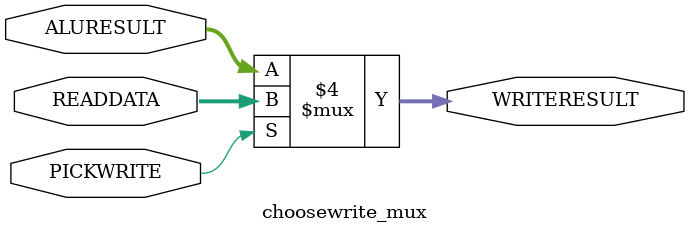
<source format=v>
`include "alu.v"
`include "reg_file.v"
`timescale 1ns/100ps

module cpu(PC,INSTRUCTION,CLK,RESET,READ,WRITE,BUSYWAIT,READDATA,ALURESULT,REGOUT1,cache_instruction_busywait);

 input [31:0] INSTRUCTION;   //Current instruction to be executed-32 bits long
 input [7:0] READDATA; // Data input from the data memory
 input CLK,RESET,BUSYWAIT,cache_instruction_busywait;            //clock, reset And Busy Wait(To freeze cpu while data memory operations are going) signals
 output reg [31:0] PC=-32'd4;       //PC contains the address of the intruction to be read
 output  READ,WRITE;   // Read and Write control signals to Data Memory
 output  [7:0] ALURESULT,REGOUT1; //Result of the alu operation AND value of the Register at READREG1
 
 wire [31:0] PCOUT,PCBRANCH,PCNEXT;
 wire [7:0] OPCODE,IMMEDIATE,REGOUT2,OPERAND2,REGOUT2COMPLIMENT,VALUE2,OFFSET,WRITERESULT;
 wire [2:0] READREG1,READREG2,WRITEREG,ALUOP;
 wire MUXREGOUT2,MUXIMMEDIATE,WRITEENABLE,MUXJUMP,MUXBEQ,ZERO,PICKWRITE;

 assign OPCODE=INSTRUCTION[31:24];
 assign READREG1=INSTRUCTION[10:8];  //INSTRUCTION[15:8] PROVIDES THE ADDRESS OF THE FIRST REGISTER.HOWEVER THE ADDRESS CAN BE INTERPRETED BY USING ONLY THE FIRST 3 BITS
 assign READREG2=INSTRUCTION[2:0];   //INSTRUCTION[7:0] PROVIDES THE ADDRESS OF THE SECOND REGISTER.HOWEVER THE ADDRESS CAN BE INTERPRETED BY USING ONLY THE FIRST 3 BITS
 assign IMMEDIATE=INSTRUCTION[7:0];   //THE IMMEDIATE VALUE OF loadi INSTRUCTION
 assign WRITEREG=INSTRUCTION[18:16]; //INSTRUCTION[23:16] PROVIDES THE ADDRESS OF THE WRITE REGISTER.HOWEVER THE ADDRESS CAN BE INTERPRETED BY USING ONLY THE FIRST 3 BITS
 assign OFFSET=INSTRUCTION[23:16];  // JUMP OR BRANCH OFFSET TARGET

 control_unit control_signals(OPCODE,MUXREGOUT2,MUXIMMEDIATE,MUXJUMP,MUXBEQ,WRITEENABLE,ALUOP,READ,WRITE,PICKWRITE,BUSYWAIT); //generate control unit signals
 reg_file register_operation(WRITERESULT,REGOUT1,REGOUT2,WRITEREG,READREG1,READREG2,WRITEENABLE,CLK,RESET); //8*8 REGISTER OPERATIONS
 compliment compliment_operation(REGOUT2,REGOUT2COMPLIMENT); //compliement of the REGOUT2 value
 compliment_mux sub_or_not(VALUE2,REGOUT2,REGOUT2COMPLIMENT,MUXREGOUT2); //check whether it is an sub operation and get the appropriate result
 immediate_mux ValueOPERAND2(OPERAND2,VALUE2,IMMEDIATE,MUXIMMEDIATE); //check whether the value of operand2 is immediate or the register value and get the output
 alu alu_result(REGOUT1, OPERAND2, ALURESULT, ALUOP,ZERO);  //ALU operation
 adder pc_adder(PC,PCOUT);// Increment the pc by 4 and keep it in PCOUT
 jump_branch pc_jump_branch(ALUOP,PCOUT,OFFSET,PCBRANCH);//calculate the pc address for a jump or branch instruction
 pc_mux pc_final(MUXJUMP,MUXBEQ,PCOUT,PCBRANCH,ZERO,PCNEXT); //decide the next pc value depending on the instruction. whether it is just an increment of 4 or a different address in a beq or jump instruction
 choosewrite_mux write_alu_or_mem(READDATA,ALURESULT,PICKWRITE,WRITERESULT); // to decide whether to write to register from alu or memory

 //pc update operation

 always @(posedge CLK)
 begin
  if(RESET==1'b0 && BUSYWAIT==1'b0 && cache_instruction_busywait==1'b0) //if reset and busy wait are not enabled next instruction
  begin
   #1 PC=PCNEXT;
  end

  else if((BUSYWAIT==1'b1&& RESET==1'b0) ||(cache_instruction_busywait==1'b1&& RESET==1'b0)) // if busy wait is enabled. don't change pc
  begin
     PC=PC;
  end

  else
  begin
    #1 PC=32'd0; //if reset is enabled set PC to 0
  end  

 end


endmodule


//control unit operations
module control_unit(OPCODE,MUXREGOUT2,MUXIMMEDIATE,MUXJUMP,MUXBEQ,WRITEENABLE,ALUOP,READ,WRITE,PICKWRITE,BUSYWAIT);
 input [7:0] OPCODE;
 input BUSYWAIT;
 output reg MUXREGOUT2,MUXIMMEDIATE,WRITEENABLE,MUXJUMP,MUXBEQ,READ,WRITE,PICKWRITE;
 output reg [2:0] ALUOP;

 reg MEMREAD,MEMWRITE;//to indicate that a value is being read from the memory OR WRITTEN TO MEMORY

 always @(OPCODE)
 begin

 #1 //one time unit delay for instruction decoding
 case(OPCODE)

  8'b00000000: //OPCODE FOR loadi instructions.carried out by FORWARD function in ALU.
  begin
    ALUOP=3'b000;
    MUXIMMEDIATE=1'b1;   //immediate value is taken in loadi instruction insted of the value in register2
    MUXREGOUT2=1'b1;    //2's comliment is not considered in loadi
    WRITEENABLE=1'b1;   //a value is written to a register 
    MUXBEQ=1'b0;  // Not a branch if equal instruction
    MUXJUMP=1'b0; // Not a jump instruction
    READ=1'b0; // Not a READ INSTRUCTION FROM THE DATA MEMORY
    WRITE=1'b0; // Not a WRITE INSTRUCTION TO THE DATA MEMORY
    PICKWRITE=1'b0; // Value to be written to the register is not from the data memory
  end

  8'b00000001: //OPCODE for mov instructions.both carried out by ADD function in ALU
  begin
    ALUOP=3'b000;
    MUXIMMEDIATE=1'b0;  //value in register2 is taken in mov
    MUXREGOUT2=1'b1;    //2's comliment is not considered in mov
    WRITEENABLE=1'b1;     //a value is written to a register  
    MUXBEQ=1'b0;  // Not a branch if equal instruction
    MUXJUMP=1'b0; // Not a jump instruction
    READ=1'b0; // Not a READ INSTRUCTION FROM THE DATA MEMORY
    WRITE=1'b0; // Not a WRITE INSTRUCTION TO THE DATA MEMORY
    PICKWRITE=1'b0; // Value to be written to the register is not from the data memory    
  end

  8'b00000010: //OPCODE for add instructions.carried out by ADD function in ALU.
  begin
    ALUOP=3'b001;
    MUXIMMEDIATE=1'b0;  //value in register2 is taken in add
    MUXREGOUT2=1'b1;    //2's comliment is not considered in add
    WRITEENABLE=1'b1;     //a value is written to a register
    MUXBEQ=1'b0;  // Not a branch if equal instruction
    MUXJUMP=1'b0; // Not a jump instruction      
    READ=1'b0; // Not a READ INSTRUCTION FROM THE DATA MEMORY
    WRITE=1'b0; // Not a WRITE INSTRUCTION TO THE DATA MEMORY
    PICKWRITE=1'b0; // Value to be written to the register is not from the data memory    
  end

  8'b00000011: //OPCODE for sub instructions.both carried out by ADD function in ALU.
  begin
    ALUOP=3'b001;
    MUXIMMEDIATE=1'b0;  //value in register2 is taken in sub
    MUXREGOUT2=1'b0;    //2's compliment is considered in sub
    WRITEENABLE=1'b1;     //a value is written to a register
    MUXBEQ=1'b0;  // Not a branch if equal instruction
    MUXJUMP=1'b0; // Not a jump instruction       
    READ=1'b0; // Not a READ INSTRUCTION FROM THE DATA MEMORY
    WRITE=1'b0; // Not a WRITE INSTRUCTION TO THE DATA MEMORY
    PICKWRITE=1'b0; // Value to be written to the register is not from the data memory     
  end

  8'b00000100:             //OPCODE for and instructions.carried out by AND function in ALU
  begin
    ALUOP=3'b010;
    MUXIMMEDIATE=1'b0;  //value in register2 is taken in and
    MUXREGOUT2=1'b1;    //2's compliment is not considered in and
    WRITEENABLE=1'b1;     //a value is written to a register
    MUXBEQ=1'b0;  // Not a branch if equal instruction
    MUXJUMP=1'b0; // Not a jump instruction   
    READ=1'b0; // Not a READ INSTRUCTION FROM THE DATA MEMORY
    WRITE=1'b0; // Not a WRITE INSTRUCTION TO THE DATA MEMORY
    PICKWRITE=1'b0; // Value to be written to the register is not from the data memory         
  end

  8'b00000101:           //OPCODE for or instructions.carried out by OR function in ALU
  begin
    ALUOP=3'b011;
    MUXIMMEDIATE=1'b0;  //value in register2 is taken in or
    MUXREGOUT2=1'b1;    //2's compliment is not considered in or
    WRITEENABLE=1'b1;     //a value is written to a register
    MUXBEQ=1'b0;  // Not a branch if equal instruction
    MUXJUMP=1'b0; // Not a jump instruction        
    READ=1'b0; // Not a READ INSTRUCTION FROM THE DATA MEMORY
    WRITE=1'b0; // Not a WRITE INSTRUCTION TO THE DATA MEMORY
    PICKWRITE=1'b0; // Value to be written to the register is not from the data memory       
  end

  8'b00000110:           //OPCODE for jump instructions.ALU not used
  begin
    ALUOP=3'b011;  //ALU NOT NEEDED SO THIS COULD BE ANYTHING
    MUXIMMEDIATE=1'b0;  //doesn't matter whether the value in register 2 or immediate is taken
    MUXREGOUT2=1'b1;    //2's compliment DOSEN'T matter
    WRITEENABLE=1'b0;     //a value is NOT written to a register
    MUXBEQ=1'b0;  // Not a branch if equal instruction
    MUXJUMP=1'b1; // this is a jump instruction       
    READ=1'b0; // Not a READ INSTRUCTION FROM THE DATA MEMORY
    WRITE=1'b0; // Not a WRITE INSTRUCTION TO THE DATA MEMORY
    PICKWRITE=1'b0; // this signal doesn't matter      
  end

  8'b00000111:           //OPCODE for beq instructions.carried out by ADD function in ALU.
  begin
    ALUOP=3'b001;  //ALU performs add function
    MUXIMMEDIATE=1'b0;  //value in register2 is taken after compliment
    MUXREGOUT2=1'b0;    //2's compliment is taken
    WRITEENABLE=1'b0;     //a value is NOT written to a register
    MUXBEQ=1'b1;  // branch if equal instruction is taken
    MUXJUMP=1'b0; //  Not a jump instruction      
    READ=1'b0; // Not a READ INSTRUCTION FROM THE DATA MEMORY
    WRITE=1'b0; // Not a WRITE INSTRUCTION TO THE DATA MEMORY
    PICKWRITE=1'b0; // this signal doesn't matter 

  end     


  8'b00001000:           //OPCODE for lwd instructions.carried out by FORWARD function in ALU.
  begin
    ALUOP=3'b000;  //ALU performs forward function
    MUXIMMEDIATE=1'b0;  //value in register2 
    MUXREGOUT2=1'b1;    //2's compliment is NOT taken
    WRITEENABLE=1'b1;     //a value is  written to a register
    MUXBEQ=1'b0;  // NOT a branch if equal instruction 
    MUXJUMP=1'b0; //  Not a jump instruction      
    READ=1'b1; // READ INSTRUCTION FROM THE DATA MEMORY
    WRITE=1'b0; // Not a WRITE INSTRUCTION TO THE DATA MEMORY
    PICKWRITE=1'b1; // Value to be written to the register is from the data memory  

  end      

  8'b00001001:           //OPCODE for lwi instructions.carried out by FORWARD function in ALU.
  begin
    ALUOP=3'b000;  //ALU performs FORWARD function
    MUXIMMEDIATE=1'b1;  //Immediate value is taken
    MUXREGOUT2=1'b1;    //2's compliment is NOT taken.
    WRITEENABLE=1'b1;     //a value is written to a register
    MUXBEQ=1'b0;  // NOT A branch if equal instruction
    MUXJUMP=1'b0; //  Not a jump instruction      
    READ=1'b1; // READ INSTRUCTION FROM THE DATA MEMORY
    WRITE=1'b0; // Not a WRITE INSTRUCTION TO THE DATA MEMORY
    PICKWRITE=1'b1; // Value to be written to the register is from the data memory   

  end    

  8'b00001010:           //OPCODE for swd instructions.carried out by FORAWARD function in ALU.
  begin
    ALUOP=3'b000;  //ALU performs FORWARD function
    MUXIMMEDIATE=1'b0;  //value in register2 is taken 
    MUXREGOUT2=1'b1;    //2's compliment is NOT taken
    WRITEENABLE=1'b0;     //a value is NOT written to a register
    MUXBEQ=1'b0;  // NOT A branch if equal instruction 
    MUXJUMP=1'b0; //  Not a jump instruction      
    READ=1'b0; // Not a READ INSTRUCTION FROM THE DATA MEMORY
    WRITE=1'b1; // WRITE INSTRUCTION TO THE DATA MEMORY
    PICKWRITE=1'b0; // this signal doesn't matter 

  end    

  8'b00001011:           //OPCODE for swi instructions.carried out by FORAWARD function in ALU.
  begin
    ALUOP=3'b000;  //ALU performs FORWARD function
    MUXIMMEDIATE=1'b1;  //value in Immediate is taken 
    MUXREGOUT2=1'b1;    //2's compliment is NOT taken
    WRITEENABLE=1'b0;     //a value is NOT written to a register
    MUXBEQ=1'b0;  // NOT A branch if equal instruction 
    MUXJUMP=1'b0; //  Not a jump instruction      
    READ=1'b0; // Not a READ INSTRUCTION FROM THE DATA MEMORY
    WRITE=1'b1; // WRITE INSTRUCTION TO THE DATA MEMORY
    PICKWRITE=1'b0; // this signal doesn't matter 

  end   



  default: 
  begin
    ALUOP=3'b011;           //other instructions are not yet used.assigned to OR function.this doesn't mean anything.
    MUXIMMEDIATE=1'b0;  //doesn't matter either way.can be either 1 or 0
    MUXREGOUT2=1'b1;    //doesn't matter either way.can be either 1 or 0
    WRITEENABLE=1'b0;     //write is not enabled to make sure the values in registeres are not replaced by garbage values
    MUXBEQ=1'b0;  // Not a branch if equal instruction
    MUXJUMP=1'b0; // Not a jump instruction 
    WRITE=1'b0; // WRITE INSTRUCTION TO THE DATA MEMORY is off   
    READ=1'b0; // Not a READ INSTRUCTION FROM THE DATA MEMORY      
  end
 endcase

 

 end

always @(BUSYWAIT) //hault the cpu when data is read or being written to the memory
begin
 
 if(BUSYWAIT==1'b1 && WRITEENABLE==1'b1)
 begin
   WRITEENABLE=1'b0; //set to zero while the memory read opeartion is completed
   MEMREAD=1'b1; //to indicate that a value is being read from the data memory
 end

 else if(BUSYWAIT==1'b0 && WRITEENABLE==1'b0 && MEMREAD==1'b1)
 begin
   WRITEENABLE=1'b1; //set to highw after the memory read opeartion is completed
   MEMREAD=1'b0; //to indicate that memory read operation is over
   READ=1'b0; //clear the read control signal
 end 

 else if(BUSYWAIT==1'b1 && WRITEENABLE==1'b0)
 begin
   MEMWRITE=1'b1; //to indicate that a value is being WRITTEN TO the data memory
 end  

 else if(BUSYWAIT==1'b0 && MEMWRITE==1'b1)
 begin

   MEMWRITE=1'b0; //to indicate that memory WRITE operation is over
   WRITE=1'b0; //clear the WRITE control signal
 end 

 else
 begin
   MEMREAD=1'b0;
 end


  
end 

endmodule




//this module will compute 2's compliment of a given value
module compliment(REGOUT2,REGOUT2COMPLIMENT);
 input [7:0] REGOUT2;
 output reg [7:0] REGOUT2COMPLIMENT;
  
  always @(REGOUT2)
  begin
  #1 REGOUT2COMPLIMENT= ~REGOUT2+8'd1; //taking 2's compliment with unit time delay
  end
endmodule


//this mux will choose between register2 value and it's 2's compliment based on control signal
module compliment_mux(VALUE2,REGOUT2,REGOUT2COMPLIMENT,MUXREGOUT2);
 input [7:0] REGOUT2,REGOUT2COMPLIMENT;
 input MUXREGOUT2;
 output reg [7:0] VALUE2;

 always @(REGOUT2,REGOUT2COMPLIMENT,MUXREGOUT2)
 begin

  if(MUXREGOUT2==1'b0) //2's compliment should be the output
  begin
   VALUE2=REGOUT2COMPLIMENT;
  end

  else        //REGOUT2 value should be the output
  begin
   VALUE2=REGOUT2;
  end


 end
endmodule



//this mux will choose between register value after compliment(VALUE2) and an immediate value based on control signal
module immediate_mux(OPERAND2,VALUE2,IMMEDIATE,MUXIMMEDIATE);
 input [7:0] VALUE2,IMMEDIATE;
 input MUXIMMEDIATE;
 output reg [7:0] OPERAND2;

 always @(VALUE2,IMMEDIATE,MUXIMMEDIATE)
 begin

  if(MUXIMMEDIATE==1'b0) //REGISTER VALUE IS CONSIDERED
  begin
   OPERAND2=VALUE2;
  end

  if(MUXIMMEDIATE==1'b1)     //IMMEDIATE VALUE IS CONSIDERED
  begin
   OPERAND2=IMMEDIATE;
  end


 end
endmodule



//get the pc value
module adder(PC,PCOUT);
 input [31:0] PC;
 output [31:0] PCOUT;

 assign #1 PCOUT=PC+4;    //increment PC by 4
endmodule


//jump or branch instructions
module jump_branch(ALUOP,PCOUT,OFFSET,PCBRANCH);
 input [31:0] PCOUT;
 input [2:0] ALUOP;
 input [7:0] OFFSET;
 output reg [31:0] PCBRANCH;

 reg [31:0] OFFSET_EXTENDED ;


 always @(OFFSET,ALUOP)
 begin
  OFFSET_EXTENDED={{24{OFFSET[7]}},OFFSET};
  OFFSET_EXTENDED=OFFSET_EXTENDED *4;  
  #2 PCBRANCH=PCOUT+OFFSET_EXTENDED; //FOR JUMP AND BEQ INSTRUCTION. THE NEXT ADDRESS OF PC IS IN PCBRANCH
 end


endmodule

module pc_mux(MUXJUMP,MUXBEQ,PCOUT,PCBRANCH,ZERO,PCNEXT);
 input MUXJUMP,MUXBEQ,ZERO;
 input [31:0] PCOUT,PCBRANCH;
 output reg [31:0] PCNEXT;

 always @(MUXJUMP,MUXBEQ,PCOUT,PCBRANCH,ZERO)
 begin
   if(MUXJUMP==1'b1)
   begin
    PCNEXT=PCBRANCH;
   end

   else if((MUXBEQ&&ZERO)==1'b1)
   begin
    PCNEXT=PCBRANCH;
   end

   else
   begin
     PCNEXT=PCOUT;
   end 

 end
endmodule


module choosewrite_mux(READDATA,ALURESULT,PICKWRITE,WRITERESULT);

 input [7:0] READDATA,ALURESULT;
 input  PICKWRITE;
 output reg [7:0] WRITERESULT;

 always @(READDATA,ALURESULT,PICKWRITE)
 begin
   if(PICKWRITE==1'b0)
   begin
    WRITERESULT=ALURESULT;
   end

   else
   begin
     WRITERESULT=READDATA;
   end 

 end
endmodule
</source>
